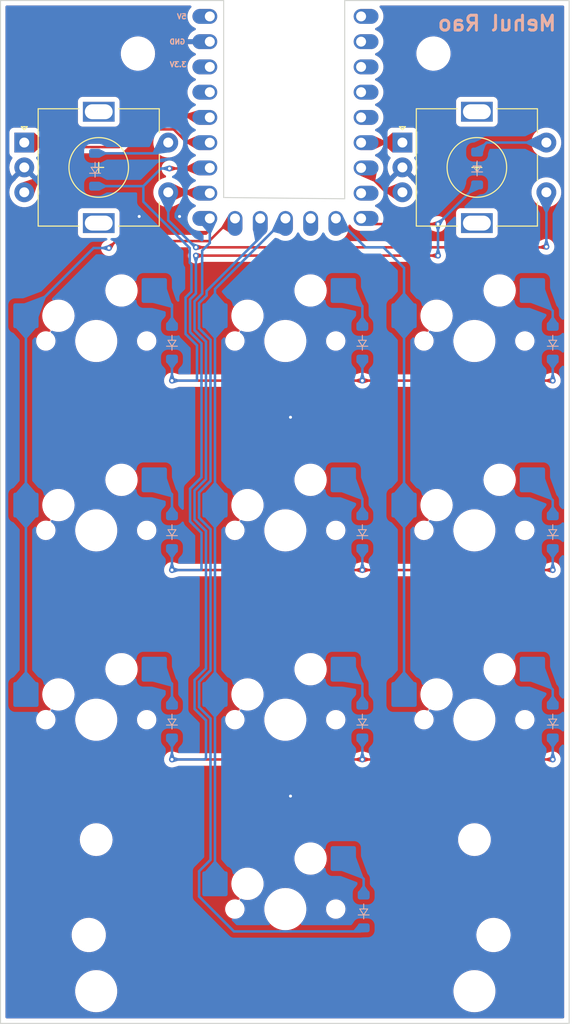
<source format=kicad_pcb>
(kicad_pcb (version 20221018) (generator pcbnew)
  (layers (0 "F.Cu" signal) (31 "B.Cu" signal) (34 "B.Paste" user) (35 "F.Paste" user) (36 "B.SilkS" user "B.Silkscreen") (37 "F.SilkS" user "F.Silkscreen") (38 "B.Mask" user) (39 "F.Mask" user) (44 "Edge.Cuts" user))
  (net 0 "")
  (net 1 "/ROW0")
  (net 2 "Net-(D1-A)")
  (net 3 "Net-(D2-A)")
  (net 4 "/ROW1")
  (net 5 "Net-(D3-A)")
  (net 6 "Net-(D4-A)")
  (net 7 "Net-(D5-A)")
  (net 8 "Net-(D6-A)")
  (net 9 "/ROW2")
  (net 10 "Net-(D7-A)")
  (net 11 "Net-(D8-A)")
  (net 12 "Net-(D9-A)")
  (net 13 "Net-(D10-A)")
  (net 14 "Net-(D11-A)")
  (net 15 "/COL0")
  (net 16 "/COL1")
  (net 17 "/ROW3")
  (net 18 "/COL2")
  (net 19 "/SW1_A")
  (net 20 "/SW1_B")
  (net 21 "/GND")
  (net 22 "/COL3")
  (net 23 "/SW2_A")
  (net 24 "/SW2_B")
  (net 35 "Net-(D12-A)")
  (footprint "MX_Hotswap:MX-Hotswap-1U" (layer "F.Cu") (at 121.4055 91.2525)
    (fp_text reference locked "K3")
    (fp_text value "KEYSW")
    (pad "" np_thru_hole circle locked (at -5.08 0 48.099) (size 1.7018 1.7018) (drill 1.7018) (layers "F&B.Cu" "*.Mask"))
    (pad "" np_thru_hole circle locked (at -3.81 -2.54) (size 3 3) (drill 3) (layers "F&B.Cu" "*.Mask"))
    (pad "" np_thru_hole circle locked (at 0 0) (size 3.9878 3.9878) (drill 3.9878) (layers "F&B.Cu" "*.Mask"))
    (pad "" np_thru_hole circle locked (at 2.54 -5.08) (size 3 3) (drill 3) (layers "F&B.Cu" "*.Mask"))
    (pad "" np_thru_hole circle locked (at 5.08 0 48.099) (size 1.7018 1.7018) (drill 1.7018) (layers "F&B.Cu" "*.Mask"))
    (pad "1" smd roundrect locked (at -7.085 -2.54) (size 2.55 2.5) (layers "B.Cu" "B.Paste" "B.Mask") (roundrect_rratio 0.08) (net 15 "/COL0"))
    (pad "2" smd roundrect locked (at 5.842 -5.08) (size 2.55 2.5) (layers "B.Cu" "B.Paste" "B.Mask") (roundrect_rratio 0.08) (net 10 "Net-(D7-A)"))
  )
  (footprint "MX_Hotswap:MX-Hotswap-1U" (layer "F.Cu") (at 140.4495 53.1645)
    (fp_text reference "K4")
    (fp_text value "KEYSW")
    (pad "" np_thru_hole circle locked (at -5.08 0 48.099) (size 1.7018 1.7018) (drill 1.7018) (layers "F&B.Cu" "*.Mask"))
    (pad "" np_thru_hole circle locked (at -3.81 -2.54) (size 3 3) (drill 3) (layers "F&B.Cu" "*.Mask"))
    (pad "" np_thru_hole circle locked (at 0 0) (size 3.9878 3.9878) (drill 3.9878) (layers "F&B.Cu" "*.Mask"))
    (pad "" np_thru_hole circle locked (at 2.54 -5.08) (size 3 3) (drill 3) (layers "F&B.Cu" "*.Mask"))
    (pad "" np_thru_hole circle locked (at 5.08 0 48.099) (size 1.7018 1.7018) (drill 1.7018) (layers "F&B.Cu" "*.Mask"))
    (pad "1" smd roundrect locked (at -7.085 -2.54) (size 2.55 2.5) (layers "B.Cu" "B.Paste" "B.Mask") (roundrect_rratio 0.08) (net 16 "/COL1"))
    (pad "2" smd roundrect locked (at 5.842 -5.08) (size 2.55 2.5) (layers "B.Cu" "B.Paste" "B.Mask") (roundrect_rratio 0.08) (net 3 "Net-(D2-A)"))
  )
  (footprint "MX_Hotswap:MX-Hotswap-1U" (layer "F.Cu") (at 140.4495 72.2085)
    (fp_text reference "K5")
    (fp_text value "KEYSW")
    (pad "" np_thru_hole circle locked (at -5.08 0 48.099) (size 1.7018 1.7018) (drill 1.7018) (layers "F&B.Cu" "*.Mask"))
    (pad "" np_thru_hole circle locked (at -3.81 -2.54) (size 3 3) (drill 3) (layers "F&B.Cu" "*.Mask"))
    (pad "" np_thru_hole circle locked (at 0 0) (size 3.9878 3.9878) (drill 3.9878) (layers "F&B.Cu" "*.Mask"))
    (pad "" np_thru_hole circle locked (at 2.54 -5.08) (size 3 3) (drill 3) (layers "F&B.Cu" "*.Mask"))
    (pad "" np_thru_hole circle locked (at 5.08 0 48.099) (size 1.7018 1.7018) (drill 1.7018) (layers "F&B.Cu" "*.Mask"))
    (pad "1" smd roundrect locked (at -7.085 -2.54) (size 2.55 2.5) (layers "B.Cu" "B.Paste" "B.Mask") (roundrect_rratio 0.08) (net 16 "/COL1"))
    (pad "2" smd roundrect locked (at 5.842 -5.08) (size 2.55 2.5) (layers "B.Cu" "B.Paste" "B.Mask") (roundrect_rratio 0.08) (net 6 "Net-(D4-A)"))
  )
  (footprint "MountingHole:MountingHole_3.2mm_M3_ISO7380" (layer "F.Cu") (at 125.603 24.257)
    (fp_text reference "H1" hide)
    (fp_text value "MountingHole" hide)
    (pad "" np_thru_hole circle (at 0 0) (size 3.2 3.2) (drill 3.2) (layers "*.Cu" "*.Mask"))
  )
  (footprint "MX_Hotswap:MX-Hotswap-1U" (layer "F.Cu") (at 121.4055 53.1645)
    (fp_text reference locked "K1")
    (fp_text value "KEYSW")
    (pad "" np_thru_hole circle locked (at -5.08 0 48.099) (size 1.7018 1.7018) (drill 1.7018) (layers "F&B.Cu" "*.Mask"))
    (pad "" np_thru_hole circle locked (at -3.81 -2.54) (size 3 3) (drill 3) (layers "F&B.Cu" "*.Mask"))
    (pad "" np_thru_hole circle locked (at 0 0) (size 3.9878 3.9878) (drill 3.9878) (layers "F&B.Cu" "*.Mask"))
    (pad "" np_thru_hole circle locked (at 2.54 -5.08) (size 3 3) (drill 3) (layers "F&B.Cu" "*.Mask"))
    (pad "" np_thru_hole circle locked (at 5.08 0 48.099) (size 1.7018 1.7018) (drill 1.7018) (layers "F&B.Cu" "*.Mask"))
    (pad "1" smd roundrect locked (at -7.085 -2.54) (size 2.55 2.5) (layers "B.Cu" "B.Paste" "B.Mask") (roundrect_rratio 0.08) (net 15 "/COL0"))
    (pad "2" smd roundrect locked (at 5.842 -5.08) (size 2.55 2.5) (layers "B.Cu" "B.Paste" "B.Mask") (roundrect_rratio 0.08) (net 2 "Net-(D1-A)"))
  )
  (footprint "MX_Hotswap:MX-Hotswap-1U" (layer "F.Cu") (at 121.4055 72.2085)
    (fp_text reference locked "K2")
    (fp_text value "KEYSW")
    (pad "" np_thru_hole circle locked (at -5.08 0 48.099) (size 1.7018 1.7018) (drill 1.7018) (layers "F&B.Cu" "*.Mask"))
    (pad "" np_thru_hole circle locked (at -3.81 -2.54) (size 3 3) (drill 3) (layers "F&B.Cu" "*.Mask"))
    (pad "" np_thru_hole circle locked (at 0 0) (size 3.9878 3.9878) (drill 3.9878) (layers "F&B.Cu" "*.Mask"))
    (pad "" np_thru_hole circle locked (at 2.54 -5.08) (size 3 3) (drill 3) (layers "F&B.Cu" "*.Mask"))
    (pad "" np_thru_hole circle locked (at 5.08 0 48.099) (size 1.7018 1.7018) (drill 1.7018) (layers "F&B.Cu" "*.Mask"))
    (pad "1" smd roundrect locked (at -7.085 -2.54) (size 2.55 2.5) (layers "B.Cu" "B.Paste" "B.Mask") (roundrect_rratio 0.08) (net 15 "/COL0"))
    (pad "2" smd roundrect locked (at 5.842 -5.08) (size 2.55 2.5) (layers "B.Cu" "B.Paste" "B.Mask") (roundrect_rratio 0.08) (net 5 "Net-(D3-A)"))
  )
  (footprint "MX_Hotswap:MX-Hotswap-1U" (layer "F.Cu") (at 140.4495 91.2525)
    (fp_text reference "K6")
    (fp_text value "KEYSW")
    (pad "" np_thru_hole circle locked (at -5.08 0 48.099) (size 1.7018 1.7018) (drill 1.7018) (layers "F&B.Cu" "*.Mask"))
    (pad "" np_thru_hole circle locked (at -3.81 -2.54) (size 3 3) (drill 3) (layers "F&B.Cu" "*.Mask"))
    (pad "" np_thru_hole circle locked (at 0 0) (size 3.9878 3.9878) (drill 3.9878) (layers "F&B.Cu" "*.Mask"))
    (pad "" np_thru_hole circle locked (at 2.54 -5.08) (size 3 3) (drill 3) (layers "F&B.Cu" "*.Mask"))
    (pad "" np_thru_hole circle locked (at 5.08 0 48.099) (size 1.7018 1.7018) (drill 1.7018) (layers "F&B.Cu" "*.Mask"))
    (pad "1" smd roundrect locked (at -7.085 -2.54) (size 2.55 2.5) (layers "B.Cu" "B.Paste" "B.Mask") (roundrect_rratio 0.08) (net 16 "/COL1"))
    (pad "2" smd roundrect locked (at 5.842 -5.08) (size 2.55 2.5) (layers "B.Cu" "B.Paste" "B.Mask") (roundrect_rratio 0.08) (net 11 "Net-(D8-A)"))
  )
  (footprint "mcu:rp2040-zero-tht" (layer "F.Cu") (at 140.462 30.68)
    (fp_text reference "U1" hide)
    (fp_text value "rp2040-zero" hide)
    (pad "1" thru_hole oval (at 7.62 -10.16 180) (size 2.5 1.5) (drill 1 (offset -0.5 0)) (layers "*.Cu" "*.Mask"))
    (pad "2" thru_hole oval (at 7.62 -7.62 180) (size 2.5 1.5) (drill 1 (offset -0.5 0)) (layers "*.Cu" "*.Mask"))
    (pad "3" thru_hole oval (at 7.62 -5.08 180) (size 2.5 1.5) (drill 1 (offset -0.5 0)) (layers "*.Cu" "*.Mask"))
    (pad "4" thru_hole oval (at 7.62 -2.54 180) (size 2.5 1.5) (drill 1 (offset -0.5 0)) (layers "*.Cu" "*.Mask"))
    (pad "5" thru_hole oval (at 7.62 0 180) (size 2.5 1.5) (drill 1 (offset -0.5 0)) (layers "*.Cu" "*.Mask"))
    (pad "6" thru_hole oval (at 7.62 2.54 180) (size 2.5 1.5) (drill 1 (offset -0.5 0)) (layers "*.Cu" "*.Mask") (net 23 "/SW2_A"))
    (pad "7" thru_hole oval (at 7.62 5.08 180) (size 2.5 1.5) (drill 1 (offset -0.5 0)) (layers "*.Cu" "*.Mask") (net 24 "/SW2_B"))
    (pad "8" thru_hole oval (at 7.62 7.62 180) (size 2.5 1.5) (drill 1 (offset -0.5 0)) (layers "*.Cu" "*.Mask"))
    (pad "9" thru_hole oval (at 7.62 10.16 180) (size 2.5 1.5) (drill 1 (offset -0.5 0)) (layers "*.Cu" "*.Mask") (net 4 "/ROW1"))
    (pad "10" thru_hole oval (at 5.08 10.16 90) (size 2.5 1.5) (drill 1 (offset -0.5 0)) (layers "*.Cu" "*.Mask") (net 18 "/COL2"))
    (pad "11" thru_hole oval (at 2.54 10.16 90) (size 2.5 1.5) (drill 1 (offset -0.5 0)) (layers "*.Cu" "*.Mask"))
    (pad "12" thru_hole oval (at 0 10.16 90) (size 2.5 1.5) (drill 1 (offset -0.5 0)) (layers "*.Cu" "*.Mask") (net 16 "/COL1"))
    (pad "13" thru_hole oval (at -2.54 10.16 90) (size 2.5 1.5) (drill 1 (offset -0.5 0)) (layers "*.Cu" "*.Mask") (net 17 "/ROW3"))
    (pad "14" thru_hole oval (at -5.08 10.16 90) (size 2.5 1.5) (drill 1 (offset -0.5 0)) (layers "*.Cu" "*.Mask") (net 15 "/COL0"))
    (pad "15" thru_hole oval (at -7.62 10.16) (size 2.5 1.5) (drill 1 (offset -0.5 0)) (layers "*.Cu" "*.Mask") (net 9 "/ROW2"))
    (pad "16" thru_hole oval (at -7.62 7.62) (size 2.5 1.5) (drill 1 (offset -0.5 0)) (layers "*.Cu" "*.Mask") (net 22 "/COL3"))
    (pad "17" thru_hole oval (at -7.62 5.08) (size 2.5 1.5) (drill 1 (offset -0.5 0)) (layers "*.Cu" "*.Mask") (net 1 "/ROW0"))
    (pad "18" thru_hole oval (at -7.62 2.54) (size 2.5 1.5) (drill 1 (offset -0.5 0)) (layers "*.Cu" "*.Mask") (net 20 "/SW1_B"))
    (pad "19" thru_hole oval (at -7.62 0) (size 2.5 1.5) (drill 1 (offset -0.5 0)) (layers "*.Cu" "*.Mask") (net 19 "/SW1_A"))
    (pad "20" thru_hole oval (at -7.62 -2.54) (size 2.5 1.5) (drill 1 (offset -0.5 0)) (layers "*.Cu" "*.Mask"))
    (pad "21" thru_hole oval (at -7.62 -5.08) (size 2.5 1.5) (drill 1 (offset -0.5 0)) (layers "*.Cu" "*.Mask"))
    (pad "22" thru_hole oval (at -7.62 -7.62) (size 2.5 1.5) (drill 1 (offset -0.5 0)) (layers "*.Cu" "*.Mask") (net 21 "/GND"))
    (pad "23" thru_hole oval (at -7.62 -10.16) (size 2.5 1.5) (drill 1 (offset -0.5 0)) (layers "*.Cu" "*.Mask"))
  )
  (footprint "MX_Hotswap:MX-Hotswap-1U" (layer "F.Cu") (at 159.4935 91.2525)
    (fp_text reference "K10")
    (fp_text value "KEYSW")
    (pad "" np_thru_hole circle locked (at -5.08 0 48.099) (size 1.7018 1.7018) (drill 1.7018) (layers "F&B.Cu" "*.Mask"))
    (pad "" np_thru_hole circle locked (at -3.81 -2.54) (size 3 3) (drill 3) (layers "F&B.Cu" "*.Mask"))
    (pad "" np_thru_hole circle locked (at 0 0) (size 3.9878 3.9878) (drill 3.9878) (layers "F&B.Cu" "*.Mask"))
    (pad "" np_thru_hole circle locked (at 2.54 -5.08) (size 3 3) (drill 3) (layers "F&B.Cu" "*.Mask"))
    (pad "" np_thru_hole circle locked (at 5.08 0 48.099) (size 1.7018 1.7018) (drill 1.7018) (layers "F&B.Cu" "*.Mask"))
    (pad "1" smd roundrect locked (at -7.085 -2.54) (size 2.55 2.5) (layers "B.Cu" "B.Paste" "B.Mask") (roundrect_rratio 0.08) (net 18 "/COL2"))
    (pad "2" smd roundrect locked (at 5.842 -5.08) (size 2.55 2.5) (layers "B.Cu" "B.Paste" "B.Mask") (roundrect_rratio 0.08) (net 12 "Net-(D9-A)"))
  )
  (footprint "Rotary_Encoder:RotaryEncoder_Alps_EC11E-Switch_Vertical_H20mm" (layer "F.Cu") (at 152.2435 33.2075)
    (fp_text reference "SW2" hide)
    (fp_text value "RotaryEncoder_Switch")
    (fp_line (start -0.3 -1.6) (end 0.3 -1.6) (stroke (width 0.12)) (layer "F.SilkS"))
    (fp_line (start 0 -1.3) (end -0.3 -1.6) (stroke (width 0.12)) (layer "F.SilkS"))
    (fp_line (start 0.3 -1.6) (end 0 -1.3) (stroke (width 0.12)) (layer "F.SilkS"))
    (fp_line (start 1.4 -3.4) (end 1.4 8.4) (stroke (width 0.12)) (layer "F.SilkS"))
    (fp_line (start 5.5 -3.4) (end 1.4 -3.4) (stroke (width 0.12)) (layer "F.SilkS"))
    (fp_line (start 5.5 8.4) (end 1.4 8.4) (stroke (width 0.12)) (layer "F.SilkS"))
    (fp_line (start 7 2.5) (end 8 2.5) (stroke (width 0.12)) (layer "F.SilkS"))
    (fp_line (start 7.5 2) (end 7.5 3) (stroke (width 0.12)) (layer "F.SilkS"))
    (fp_line (start 9.5 -3.4) (end 13.6 -3.4) (stroke (width 0.12)) (layer "F.SilkS"))
    (fp_line (start 13.6 -3.4) (end 13.6 -1) (stroke (width 0.12)) (layer "F.SilkS"))
    (fp_line (start 13.6 1.2) (end 13.6 3.8) (stroke (width 0.12)) (layer "F.SilkS"))
    (fp_line (start 13.6 6) (end 13.6 8.4) (stroke (width 0.12)) (layer "F.SilkS"))
    (fp_line (start 13.6 8.4) (end 9.5 8.4) (stroke (width 0.12)) (layer "F.SilkS"))
    (fp_circle (center 7.5 2.5) (end 10.5 2.5) (stroke (width 0.12)) (fill none) (layer "F.SilkS"))
    (pad "A" thru_hole rect locked (at 0 0) (size 2 2) (drill 1) (layers "*.Cu" "*.Mask") (net 23 "/SW2_A"))
    (pad "B" thru_hole circle locked (at 0 5) (size 2 2) (drill 1) (layers "*.Cu" "*.Mask") (net 24 "/SW2_B"))
    (pad "C" thru_hole circle locked (at 0 2.5) (size 2 2) (drill 1) (layers "*.Cu" "*.Mask") (net 21 "/GND"))
    (pad "MP" thru_hole rect locked (at 7.5 -3.1) (size 3.2 2) (drill oval 2.8 1.5) (layers "*.Cu" "*.Mask"))
    (pad "MP" thru_hole rect locked (at 7.5 8.1) (size 3.2 2) (drill oval 2.8 1.5) (layers "*.Cu" "*.Mask"))
    (pad "S1" thru_hole circle locked (at 14.5 5) (size 2 2) (drill 1) (layers "*.Cu" "*.Mask") (net 22 "/COL3"))
    (pad "S2" thru_hole circle locked (at 14.5 0) (size 2 2) (drill 1) (layers "*.Cu" "*.Mask") (net 14 "Net-(D11-A)"))
  )
  (footprint "MX_Hotswap:MX-Hotswap-1U" (layer "F.Cu") (at 159.4935 72.2085)
    (fp_text reference "K9")
    (fp_text value "KEYSW")
    (pad "" np_thru_hole circle locked (at -5.08 0 48.099) (size 1.7018 1.7018) (drill 1.7018) (layers "F&B.Cu" "*.Mask"))
    (pad "" np_thru_hole circle locked (at -3.81 -2.54) (size 3 3) (drill 3) (layers "F&B.Cu" "*.Mask"))
    (pad "" np_thru_hole circle locked (at 0 0) (size 3.9878 3.9878) (drill 3.9878) (layers "F&B.Cu" "*.Mask"))
    (pad "" np_thru_hole circle locked (at 2.54 -5.08) (size 3 3) (drill 3) (layers "F&B.Cu" "*.Mask"))
    (pad "" np_thru_hole circle locked (at 5.08 0 48.099) (size 1.7018 1.7018) (drill 1.7018) (layers "F&B.Cu" "*.Mask"))
    (pad "1" smd roundrect locked (at -7.085 -2.54) (size 2.55 2.5) (layers "B.Cu" "B.Paste" "B.Mask") (roundrect_rratio 0.08) (net 18 "/COL2"))
    (pad "2" smd roundrect locked (at 5.842 -5.08) (size 2.55 2.5) (layers "B.Cu" "B.Paste" "B.Mask") (roundrect_rratio 0.08) (net 8 "Net-(D6-A)"))
  )
  (footprint "MX_Hotswap:MX-Hotswap-1U" (layer "F.Cu") (at 159.4935 53.1645)
    (fp_text reference "K8")
    (fp_text value "KEYSW")
    (pad "" np_thru_hole circle locked (at -5.08 0 48.099) (size 1.7018 1.7018) (drill 1.7018) (layers "F&B.Cu" "*.Mask"))
    (pad "" np_thru_hole circle locked (at -3.81 -2.54) (size 3 3) (drill 3) (layers "F&B.Cu" "*.Mask"))
    (pad "" np_thru_hole circle locked (at 0 0) (size 3.9878 3.9878) (drill 3.9878) (layers "F&B.Cu" "*.Mask"))
    (pad "" np_thru_hole circle locked (at 2.54 -5.08) (size 3 3) (drill 3) (layers "F&B.Cu" "*.Mask"))
    (pad "" np_thru_hole circle locked (at 5.08 0 48.099) (size 1.7018 1.7018) (drill 1.7018) (layers "F&B.Cu" "*.Mask"))
    (pad "1" smd roundrect locked (at -7.085 -2.54) (size 2.55 2.5) (layers "B.Cu" "B.Paste" "B.Mask") (roundrect_rratio 0.08) (net 18 "/COL2"))
    (pad "2" smd roundrect locked (at 5.842 -5.08) (size 2.55 2.5) (layers "B.Cu" "B.Paste" "B.Mask") (roundrect_rratio 0.08) (net 7 "Net-(D5-A)"))
  )
  (footprint "MX_Hotswap:MX-Hotswap-3U" (layer "F.Cu") (at 140.4495 110.2965)
    (fp_text reference locked "K7")
    (fp_text value "KEYSW")
    (pad "" np_thru_hole circle locked (at -19.05 -6.985) (size 3.048 3.048) (drill 3.048) (layers "*.Cu" "*.Mask"))
    (pad "" np_thru_hole circle locked (at -19.05 8.255) (size 3.9878 3.9878) (drill 3.9878) (layers "*.Cu" "*.Mask"))
    (pad "" np_thru_hole circle locked (at -5.08 0 48.099) (size 1.7018 1.7018) (drill 1.7018) (layers "F&B.Cu" "*.Mask"))
    (pad "" np_thru_hole circle locked (at -3.81 -2.54) (size 3 3) (drill 3) (layers "F&B.Cu" "*.Mask"))
    (pad "" np_thru_hole circle locked (at 0 0) (size 3.9878 3.9878) (drill 3.9878) (layers "F&B.Cu" "*.Mask"))
    (pad "" np_thru_hole circle locked (at 2.54 -5.08) (size 3 3) (drill 3) (layers "F&B.Cu" "*.Mask"))
    (pad "" np_thru_hole circle locked (at 5.08 0 48.099) (size 1.7018 1.7018) (drill 1.7018) (layers "F&B.Cu" "*.Mask"))
    (pad "" np_thru_hole circle locked (at 19.05 -6.985) (size 3.048 3.048) (drill 3.048) (layers "*.Cu" "*.Mask"))
    (pad "" np_thru_hole circle locked (at 19.05 8.255) (size 3.9878 3.9878) (drill 3.9878) (layers "*.Cu" "*.Mask"))
    (pad "1" smd roundrect locked (at -7.085 -2.54) (size 2.55 2.5) (layers "B.Cu" "B.Paste" "B.Mask") (roundrect_rratio 0.08) (net 16 "/COL1"))
    (pad "2" smd roundrect locked (at 5.842 -5.08) (size 2.55 2.5) (layers "B.Cu" "B.Paste" "B.Mask") (roundrect_rratio 0.08) (net 35 "Net-(D12-A)"))
  )
  (footprint "Rotary_Encoder:RotaryEncoder_Alps_EC11E-Switch_Vertical_H20mm" (layer "F.Cu") (at 114.1555 33.2075)
    (fp_text reference "SW1" hide)
    (fp_text value "RotaryEncoder_Switch")
    (fp_line (start -0.3 -1.6) (end 0.3 -1.6) (stroke (width 0.12)) (layer "F.SilkS"))
    (fp_line (start 0 -1.3) (end -0.3 -1.6) (stroke (width 0.12)) (layer "F.SilkS"))
    (fp_line (start 0.3 -1.6) (end 0 -1.3) (stroke (width 0.12)) (layer "F.SilkS"))
    (fp_line (start 1.4 -3.4) (end 1.4 8.4) (stroke (width 0.12)) (layer "F.SilkS"))
    (fp_line (start 5.5 -3.4) (end 1.4 -3.4) (stroke (width 0.12)) (layer "F.SilkS"))
    (fp_line (start 5.5 8.4) (end 1.4 8.4) (stroke (width 0.12)) (layer "F.SilkS"))
    (fp_line (start 7 2.5) (end 8 2.5) (stroke (width 0.12)) (layer "F.SilkS"))
    (fp_line (start 7.5 2) (end 7.5 3) (stroke (width 0.12)) (layer "F.SilkS"))
    (fp_line (start 9.5 -3.4) (end 13.6 -3.4) (stroke (width 0.12)) (layer "F.SilkS"))
    (fp_line (start 13.6 -3.4) (end 13.6 -1) (stroke (width 0.12)) (layer "F.SilkS"))
    (fp_line (start 13.6 1.2) (end 13.6 3.8) (stroke (width 0.12)) (layer "F.SilkS"))
    (fp_line (start 13.6 6) (end 13.6 8.4) (stroke (width 0.12)) (layer "F.SilkS"))
    (fp_line (start 13.6 8.4) (end 9.5 8.4) (stroke (width 0.12)) (layer "F.SilkS"))
    (fp_circle (center 7.5 2.5) (end 10.5 2.5) (stroke (width 0.12)) (fill none) (layer "F.SilkS"))
    (pad "A" thru_hole rect locked (at 0 0) (size 2 2) (drill 1) (layers "*.Cu" "*.Mask") (net 19 "/SW1_A"))
    (pad "B" thru_hole circle locked (at 0 5) (size 2 2) (drill 1) (layers "*.Cu" "*.Mask") (net 20 "/SW1_B"))
    (pad "C" thru_hole circle locked (at 0 2.5) (size 2 2) (drill 1) (layers "*.Cu" "*.Mask") (net 21 "/GND"))
    (pad "MP" thru_hole rect locked (at 7.5 -3.1) (size 3.2 2) (drill oval 2.8 1.5) (layers "*.Cu" "*.Mask"))
    (pad "MP" thru_hole rect locked (at 7.5 8.1) (size 3.2 2) (drill oval 2.8 1.5) (layers "*.Cu" "*.Mask"))
    (pad "S1" thru_hole circle locked (at 14.5 5) (size 2 2) (drill 1) (layers "*.Cu" "*.Mask") (net 22 "/COL3"))
    (pad "S2" thru_hole circle locked (at 14.5 0) (size 2 2) (drill 1) (layers "*.Cu" "*.Mask") (net 13 "Net-(D10-A)"))
  )
  (footprint "My_Library:MY_D_SOD-123" (layer "B.Cu") (at 148.209 91.44 90)
    (fp_text reference "D8" hide)
    (fp_text value "D" hide)
    (fp_line (start -0.75 0) (end -0.35 0) (stroke (width 0.1)) (layer "B.SilkS"))
    (fp_line (start -0.35 0) (end -0.35 -0.55) (stroke (width 0.1)) (layer "B.SilkS"))
    (fp_line (start -0.35 0) (end -0.35 0.55) (stroke (width 0.1)) (layer "B.SilkS"))
    (fp_line (start -0.35 0) (end 0.25 0.4) (stroke (width 0.1)) (layer "B.SilkS"))
    (fp_line (start 0.25 -0.4) (end -0.35 0) (stroke (width 0.1)) (layer "B.SilkS"))
    (fp_line (start 0.25 0) (end 0.75 0) (stroke (width 0.1)) (layer "B.SilkS"))
    (fp_line (start 0.25 0.4) (end 0.25 -0.4) (stroke (width 0.1)) (layer "B.SilkS"))
    (pad "1" smd roundrect (at -1.65 0 90) (size 0.9 1.2) (layers "B.Cu" "B.Paste" "B.Mask") (net 9 "/ROW2"))
    (pad "2" smd roundrect (at 1.65 0 90) (size 0.9 1.2) (layers "B.Cu" "B.Paste" "B.Mask") (net 11 "Net-(D8-A)"))
  )
  (footprint "My_Library:MY_D_SOD-123" (layer "B.Cu") (at 148.209 53.34 90)
    (fp_text reference "D2" hide)
    (fp_text value "D" hide)
    (fp_line (start -0.75 0) (end -0.35 0) (stroke (width 0.1)) (layer "B.SilkS"))
    (fp_line (start -0.35 0) (end -0.35 -0.55) (stroke (width 0.1)) (layer "B.SilkS"))
    (fp_line (start -0.35 0) (end -0.35 0.55) (stroke (width 0.1)) (layer "B.SilkS"))
    (fp_line (start -0.35 0) (end 0.25 0.4) (stroke (width 0.1)) (layer "B.SilkS"))
    (fp_line (start 0.25 -0.4) (end -0.35 0) (stroke (width 0.1)) (layer "B.SilkS"))
    (fp_line (start 0.25 0) (end 0.75 0) (stroke (width 0.1)) (layer "B.SilkS"))
    (fp_line (start 0.25 0.4) (end 0.25 -0.4) (stroke (width 0.1)) (layer "B.SilkS"))
    (pad "1" smd roundrect (at -1.65 0 90) (size 0.9 1.2) (layers "B.Cu" "B.Paste" "B.Mask") (net 1 "/ROW0"))
    (pad "2" smd roundrect (at 1.65 0 90) (size 0.9 1.2) (layers "B.Cu" "B.Paste" "B.Mask") (net 3 "Net-(D2-A)"))
  )
  (footprint "My_Library:MY_D_SOD-123" (layer "B.Cu") (at 129.032 91.44 90)
    (fp_text reference "D7" hide)
    (fp_text value "D" hide)
    (fp_line (start -0.75 0) (end -0.35 0) (stroke (width 0.1)) (layer "B.SilkS"))
    (fp_line (start -0.35 0) (end -0.35 -0.55) (stroke (width 0.1)) (layer "B.SilkS"))
    (fp_line (start -0.35 0) (end -0.35 0.55) (stroke (width 0.1)) (layer "B.SilkS"))
    (fp_line (start -0.35 0) (end 0.25 0.4) (stroke (width 0.1)) (layer "B.SilkS"))
    (fp_line (start 0.25 -0.4) (end -0.35 0) (stroke (width 0.1)) (layer "B.SilkS"))
    (fp_line (start 0.25 0) (end 0.75 0) (stroke (width 0.1)) (layer "B.SilkS"))
    (fp_line (start 0.25 0.4) (end 0.25 -0.4) (stroke (width 0.1)) (layer "B.SilkS"))
    (pad "1" smd roundrect (at -1.65 0 90) (size 0.9 1.2) (layers "B.Cu" "B.Paste" "B.Mask") (net 9 "/ROW2"))
    (pad "2" smd roundrect (at 1.65 0 90) (size 0.9 1.2) (layers "B.Cu" "B.Paste" "B.Mask") (net 10 "Net-(D7-A)"))
  )
  (footprint "My_Library:MY_D_SOD-123" (layer "B.Cu") (at 121.285 35.941 90)
    (fp_text reference "D10" hide)
    (fp_text value "D" hide)
    (fp_line (start -0.75 0) (end -0.35 0) (stroke (width 0.1)) (layer "B.SilkS"))
    (fp_line (start -0.35 0) (end -0.35 -0.55) (stroke (width 0.1)) (layer "B.SilkS"))
    (fp_line (start -0.35 0) (end -0.35 0.55) (stroke (width 0.1)) (layer "B.SilkS"))
    (fp_line (start -0.35 0) (end 0.25 0.4) (stroke (width 0.1)) (layer "B.SilkS"))
    (fp_line (start 0.25 -0.4) (end -0.35 0) (stroke (width 0.1)) (layer "B.SilkS"))
    (fp_line (start 0.25 0) (end 0.75 0) (stroke (width 0.1)) (layer "B.SilkS"))
    (fp_line (start 0.25 0.4) (end 0.25 -0.4) (stroke (width 0.1)) (layer "B.SilkS"))
    (pad "1" smd roundrect (at -1.65 0 90) (size 0.9 1.2) (layers "B.Cu" "B.Paste" "B.Mask") (net 1 "/ROW0"))
    (pad "2" smd roundrect (at 1.65 0 90) (size 0.9 1.2) (layers "B.Cu" "B.Paste" "B.Mask") (net 13 "Net-(D10-A)"))
  )
  (footprint "My_Library:MY_D_SOD-123" (layer "B.Cu") (at 129.032 53.34 90)
    (fp_text reference "D1" hide)
    (fp_text value "D" hide)
    (fp_line (start -0.75 0) (end -0.35 0) (stroke (width 0.1)) (layer "B.SilkS"))
    (fp_line (start -0.35 0) (end -0.35 -0.55) (stroke (width 0.1)) (layer "B.SilkS"))
    (fp_line (start -0.35 0) (end -0.35 0.55) (stroke (width 0.1)) (layer "B.SilkS"))
    (fp_line (start -0.35 0) (end 0.25 0.4) (stroke (width 0.1)) (layer "B.SilkS"))
    (fp_line (start 0.25 -0.4) (end -0.35 0) (stroke (width 0.1)) (layer "B.SilkS"))
    (fp_line (start 0.25 0) (end 0.75 0) (stroke (width 0.1)) (layer "B.SilkS"))
    (fp_line (start 0.25 0.4) (end 0.25 -0.4) (stroke (width 0.1)) (layer "B.SilkS"))
    (pad "1" smd roundrect (at -1.65 0 90) (size 0.9 1.2) (layers "B.Cu" "B.Paste" "B.Mask") (net 1 "/ROW0"))
    (pad "2" smd roundrect (at 1.65 0 90) (size 0.9 1.2) (layers "B.Cu" "B.Paste" "B.Mask") (net 2 "Net-(D1-A)"))
  )
  (footprint "My_Library:MY_D_SOD-123" (layer "B.Cu") (at 159.766 35.814 90)
    (fp_text reference "D11" hide)
    (fp_text value "D" hide)
    (fp_line (start -0.75 0) (end -0.35 0) (stroke (width 0.1)) (layer "B.SilkS"))
    (fp_line (start -0.35 0) (end -0.35 -0.55) (stroke (width 0.1)) (layer "B.SilkS"))
    (fp_line (start -0.35 0) (end -0.35 0.55) (stroke (width 0.1)) (layer "B.SilkS"))
    (fp_line (start -0.35 0) (end 0.25 0.4) (stroke (width 0.1)) (layer "B.SilkS"))
    (fp_line (start 0.25 -0.4) (end -0.35 0) (stroke (width 0.1)) (layer "B.SilkS"))
    (fp_line (start 0.25 0) (end 0.75 0) (stroke (width 0.1)) (layer "B.SilkS"))
    (fp_line (start 0.25 0.4) (end 0.25 -0.4) (stroke (width 0.1)) (layer "B.SilkS"))
    (pad "1" smd roundrect (at -1.65 0 90) (size 0.9 1.2) (layers "B.Cu" "B.Paste" "B.Mask") (net 4 "/ROW1"))
    (pad "2" smd roundrect (at 1.65 0 90) (size 0.9 1.2) (layers "B.Cu" "B.Paste" "B.Mask") (net 14 "Net-(D11-A)"))
  )
  (footprint "MountingHole:MountingHole_3.2mm_M3_ISO7380" (layer "B.Cu") (at 120.65 112.903 180)
    (fp_text reference "H3" hide)
    (fp_text value "MountingHole" hide)
    (pad "" np_thru_hole circle (at 0 0 180) (size 3.2 3.2) (drill 3.2) (layers "*.Cu" "*.Mask"))
  )
  (footprint "My_Library:MY_D_SOD-123" (layer "B.Cu") (at 148.341788 110.534768 90)
    (fp_text reference "D12" hide)
    (fp_text value "D" hide)
    (fp_line (start -0.75 0) (end -0.35 0) (stroke (width 0.1)) (layer "B.SilkS"))
    (fp_line (start -0.35 0) (end -0.35 -0.55) (stroke (width 0.1)) (layer "B.SilkS"))
    (fp_line (start -0.35 0) (end -0.35 0.55) (stroke (width 0.1)) (layer "B.SilkS"))
    (fp_line (start -0.35 0) (end 0.25 0.4) (stroke (width 0.1)) (layer "B.SilkS"))
    (fp_line (start 0.25 -0.4) (end -0.35 0) (stroke (width 0.1)) (layer "B.SilkS"))
    (fp_line (start 0.25 0) (end 0.75 0) (stroke (width 0.1)) (layer "B.SilkS"))
    (fp_line (start 0.25 0.4) (end 0.25 -0.4) (stroke (width 0.1)) (layer "B.SilkS"))
    (pad "1" smd roundrect (at -1.65 0 90) (size 0.9 1.2) (layers "B.Cu" "B.Paste" "B.Mask") (net 17 "/ROW3"))
    (pad "2" smd roundrect (at 1.65 0 90) (size 0.9 1.2) (layers "B.Cu" "B.Paste" "B.Mask") (net 35 "Net-(D12-A)"))
  )
  (footprint "MountingHole:MountingHole_3.2mm_M3_ISO7380" (layer "B.Cu") (at 161.417 112.903 180)
    (fp_text reference "H4" hide)
    (fp_text value "MountingHole" hide)
    (pad "" np_thru_hole circle (at 0 0 180) (size 3.2 3.2) (drill 3.2) (layers "*.Cu" "*.Mask"))
  )
  (footprint "MountingHole:MountingHole_3.2mm_M3_ISO7380" (layer "B.Cu") (at 155.3718 24.257 180)
    (fp_text reference "H2" hide)
    (fp_text value "MountingHole" hide)
    (pad "" np_thru_hole circle (at 0 0 180) (size 3.2 3.2) (drill 3.2) (layers "*.Cu" "*.Mask"))
  )
  (footprint "My_Library:MY_D_SOD-123" (layer "B.Cu") (at 129.032 72.39 90)
    (fp_text reference "D3" hide)
    (fp_text value "D" hide)
    (fp_line (start -0.75 0) (end -0.35 0) (stroke (width 0.1)) (layer "B.SilkS"))
    (fp_line (start -0.35 0) (end -0.35 -0.55) (stroke (width 0.1)) (layer "B.SilkS"))
    (fp_line (start -0.35 0) (end -0.35 0.55) (stroke (width 0.1)) (layer "B.SilkS"))
    (fp_line (start -0.35 0) (end 0.25 0.4) (stroke (width 0.1)) (layer "B.SilkS"))
    (fp_line (start 0.25 -0.4) (end -0.35 0) (stroke (width 0.1)) (layer "B.SilkS"))
    (fp_line (start 0.25 0) (end 0.75 0) (stroke (width 0.1)) (layer "B.SilkS"))
    (fp_line (start 0.25 0.4) (end 0.25 -0.4) (stroke (width 0.1)) (layer "B.SilkS"))
    (pad "1" smd roundrect (at -1.65 0 90) (size 0.9 1.2) (layers "B.Cu" "B.Paste" "B.Mask") (net 4 "/ROW1"))
    (pad "2" smd roundrect (at 1.65 0 90) (size 0.9 1.2) (layers "B.Cu" "B.Paste" "B.Mask") (net 5 "Net-(D3-A)"))
  )
  (footprint "My_Library:MY_D_SOD-123" (layer "B.Cu") (at 167.386 53.34 90)
    (fp_text reference "D5" hide)
    (fp_text value "D" hide)
    (fp_line (start -0.75 0) (end -0.35 0) (stroke (width 0.1)) (layer "B.SilkS"))
    (fp_line (start -0.35 0) (end -0.35 -0.55) (stroke (width 0.1)) (layer "B.SilkS"))
    (fp_line (start -0.35 0) (end -0.35 0.55) (stroke (width 0.1)) (layer "B.SilkS"))
    (fp_line (start -0.35 0) (end 0.25 0.4) (stroke (width 0.1)) (layer "B.SilkS"))
    (fp_line (start 0.25 -0.4) (end -0.35 0) (stroke (width 0.1)) (layer "B.SilkS"))
    (fp_line (start 0.25 0) (end 0.75 0) (stroke (width 0.1)) (layer "B.SilkS"))
    (fp_line (start 0.25 0.4) (end 0.25 -0.4) (stroke (width 0.1)) (layer "B.SilkS"))
    (pad "1" smd roundrect (at -1.65 0 90) (size 0.9 1.2) (layers "B.Cu" "B.Paste" "B.Mask") (net 1 "/ROW0"))
    (pad "2" smd roundrect (at 1.65 0 90) (size 0.9 1.2) (layers "B.Cu" "B.Paste" "B.Mask") (net 7 "Net-(D5-A)"))
  )
  (footprint "My_Library:MY_D_SOD-123" (layer "B.Cu") (at 148.209 72.39 90)
    (fp_text reference "D4" hide)
    (fp_text value "D" hide)
    (fp_line (start -0.75 0) (end -0.35 0) (stroke (width 0.1)) (layer "B.SilkS"))
    (fp_line (start -0.35 0) (end -0.35 -0.55) (stroke (width 0.1)) (layer "B.SilkS"))
    (fp_line (start -0.35 0) (end -0.35 0.55) (stroke (width 0.1)) (layer "B.SilkS"))
    (fp_line (start -0.35 0) (end 0.25 0.4) (stroke (width 0.1)) (layer "B.SilkS"))
    (fp_line (start 0.25 -0.4) (end -0.35 0) (stroke (width 0.1)) (layer "B.SilkS"))
    (fp_line (start 0.25 0) (end 0.75 0) (stroke (width 0.1)) (layer "B.SilkS"))
    (fp_line (start 0.25 0.4) (end 0.25 -0.4) (stroke (width 0.1)) (layer "B.SilkS"))
    (pad "1" smd roundrect (at -1.65 0 90) (size 0.9 1.2) (layers "B.Cu" "B.Paste" "B.Mask") (net 4 "/ROW1"))
    (pad "2" smd roundrect (at 1.65 0 90) (size 0.9 1.2) (layers "B.Cu" "B.Paste" "B.Mask") (net 6 "Net-(D4-A)"))
  )
  (footprint "My_Library:MY_D_SOD-123" (layer "B.Cu") (at 167.386 72.39 90)
    (fp_text reference "D6" hide)
    (fp_text value "D" hide)
    (fp_line (start -0.75 0) (end -0.35 0) (stroke (width 0.1)) (layer "B.SilkS"))
    (fp_line (start -0.35 0) (end -0.35 -0.55) (stroke (width 0.1)) (layer "B.SilkS"))
    (fp_line (start -0.35 0) (end -0.35 0.55) (stroke (width 0.1)) (layer "B.SilkS"))
    (fp_line (start -0.35 0) (end 0.25 0.4) (stroke (width 0.1)) (layer "B.SilkS"))
    (fp_line (start 0.25 -0.4) (end -0.35 0) (stroke (width 0.1)) (layer "B.SilkS"))
    (fp_line (start 0.25 0) (end 0.75 0) (stroke (width 0.1)) (layer "B.SilkS"))
    (fp_line (start 0.25 0.4) (end 0.25 -0.4) (stroke (width 0.1)) (layer "B.SilkS"))
    (pad "1" smd roundrect (at -1.65 0 90) (size 0.9 1.2) (layers "B.Cu" "B.Paste" "B.Mask") (net 4 "/ROW1"))
    (pad "2" smd roundrect (at 1.65 0 90) (size 0.9 1.2) (layers "B.Cu" "B.Paste" "B.Mask") (net 8 "Net-(D6-A)"))
  )
  (footprint "My_Library:MY_D_SOD-123" (layer "B.Cu") (at 167.386 91.44 90)
    (fp_text reference "D9" hide)
    (fp_text value "D" hide)
    (fp_line (start -0.75 0) (end -0.35 0) (stroke (width 0.1)) (layer "B.SilkS"))
    (fp_line (start -0.35 0) (end -0.35 -0.55) (stroke (width 0.1)) (layer "B.SilkS"))
    (fp_line (start -0.35 0) (end -0.35 0.55) (stroke (width 0.1)) (layer "B.SilkS"))
    (fp_line (start -0.35 0) (end 0.25 0.4) (stroke (width 0.1)) (layer "B.SilkS"))
    (fp_line (start 0.25 -0.4) (end -0.35 0) (stroke (width 0.1)) (layer "B.SilkS"))
    (fp_line (start 0.25 0) (end 0.75 0) (stroke (width 0.1)) (layer "B.SilkS"))
    (fp_line (start 0.25 0.4) (end 0.25 -0.4) (stroke (width 0.1)) (layer "B.SilkS"))
    (pad "1" smd roundrect (at -1.65 0 90) (size 0.9 1.2) (layers "B.Cu" "B.Paste" "B.Mask") (net 9 "/ROW2"))
    (pad "2" smd roundrect (at 1.65 0 90) (size 0.9 1.2) (layers "B.Cu" "B.Paste" "B.Mask") (net 12 "Net-(D9-A)"))
  )
  (gr_line (start 111.76 121.793) (end 169.037 121.793) (stroke (width 0.1)) (layer "Edge.Cuts"))
  (gr_line (start 134.239 38.735) (end 146.431 38.862) (stroke (width 0.1)) (layer "Edge.Cuts"))
  (gr_line (start 111.76 18.923) (end 111.76 121.793) (stroke (width 0.1)) (layer "Edge.Cuts"))
  (gr_line (start 134.239 18.923) (end 134.239 38.735) (stroke (width 0.1)) (layer "Edge.Cuts"))
  (gr_line (start 146.431 18.923) (end 169.037 18.923) (stroke (width 0.1)) (layer "Edge.Cuts"))
  (gr_line (start 169.037 121.793) (end 169.037 18.923) (stroke (width 0.1)) (layer "Edge.Cuts"))
  (gr_line (start 111.76 18.923) (end 134.239 18.923) (stroke (width 0.1)) (layer "Edge.Cuts"))
  (gr_line (start 146.431 38.862) (end 146.431 18.923) (stroke (width 0.1)) (layer "Edge.Cuts"))
  (gr_text "Mehul Rao" (at 167.894 22.098) (layer "B.SilkS") (effects (font (size 1.5 1.5) (thickness 0.3) bold) (justify left bottom mirror)))
  (gr_text "3.3V" (at 130.556 25.654) (layer "B.SilkS") (effects (font (size 0.508 0.508) (thickness 0.127)) (justify left bottom mirror)))
  (gr_text "GND" (at 130.429 23.368) (layer "B.SilkS") (effects (font (size 0.508 0.508) (thickness 0.127)) (justify left bottom mirror)))
  (gr_text "5V" (at 130.556 20.828) (layer "B.SilkS") (effects (font (size 0.508 0.508) (thickness 0.127)) (justify left bottom mirror)))
  (segment (start 148.209 57.15) (end 167.386 57.15) (width 0.254) (layer "F.Cu") (net 1))
  (segment (start 129.032 57.15) (end 148.209 57.15) (width 0.254) (layer "F.Cu") (net 1))
  (segment (start 132.788 35.814) (end 132.842 35.76) (width 0.254) (layer "F.Cu") (net 1))
  (segment (start 128.778 35.814) (end 132.788 35.814) (width 0.254) (layer "F.Cu") (net 1))
  (via (at 148.209 57.15) (size 0.6) (drill 0.3) (layers "F.Cu" "B.Cu") (net 1))
  (via (at 167.386 57.15) (size 0.6) (drill 0.3) (layers "F.Cu" "B.Cu") (net 1))
  (via (at 128.778 35.814) (size 0.6) (drill 0.3) (layers "F.Cu" "B.Cu") (net 1))
  (via (at 129.032 57.15) (size 0.6) (drill 0.3) (layers "F.Cu" "B.Cu") (net 1))
  (segment (start 148.209 57.15) (end 148.209 54.99) (width 0.254) (layer "B.Cu") (net 1))
  (segment (start 126.148662 39.153662) (end 126.148662 37.591) (width 0.254) (layer "B.Cu") (net 1))
  (segment (start 130.818 45.293) (end 130.818 43.823) (width 0.254) (layer "B.Cu") (net 1))
  (segment (start 129.032 57.15) (end 131.5485 57.15) (width 0.254) (layer "B.Cu") (net 1))
  (segment (start 129.032 54.99) (end 129.032 57.15) (width 0.254) (layer "B.Cu") (net 1))
  (segment (start 121.285 37.591) (end 126.148662 37.591) (width 0.254) (layer "B.Cu") (net 1))
  (segment (start 130.991 48.198947) (end 130.991 45.466) (width 0.254) (layer "B.Cu") (net 1))
  (segment (start 167.386 54.99) (end 167.386 57.15) (width 0.254) (layer "B.Cu") (net 1))
  (segment (start 130.991 45.466) (end 130.818 45.293) (width 0.254) (layer "B.Cu") (net 1))
  (segment (start 130.4005 48.789447) (end 130.991 48.198947) (width 0.254) (layer "B.Cu") (net 1))
  (segment (start 126.148662 37.591) (end 127.925662 35.814) (width 0.254) (layer "B.Cu") (net 1))
  (segment (start 131.5485 53.604949) (end 130.4005 52.45695) (width 0.254) (layer "B.Cu") (net 1))
  (segment (start 130.4005 52.45695) (end 130.4005 48.789447) (width 0.254) (layer "B.Cu") (net 1))
  (segment (start 127.925662 35.814) (end 128.778 35.814) (width 0.254) (layer "B.Cu") (net 1))
  (segment (start 131.5485 57.15) (end 131.5485 53.604949) (width 0.254) (layer "B.Cu") (net 1))
  (segment (start 130.818 43.823) (end 126.148662 39.153662) (width 0.254) (layer "B.Cu") (net 1))
  (segment (start 129.032 49.53) (end 129.032 51.69) (width 0.254) (layer "B.Cu") (net 2))
  (segment (start 127.8765 48.3745) (end 129.032 49.53) (width 0.254) (layer "B.Cu") (net 2))
  (segment (start 146.9265 48.3745) (end 148.209 49.657) (width 0.254) (layer "B.Cu") (net 3))
  (segment (start 148.209 49.657) (end 148.209 51.69) (width 0.254) (layer "B.Cu") (net 3))
  (segment (start 155.829 41.401) (end 148.716 41.401) (width 0.254) (layer "F.Cu") (net 4))
  (segment (start 148.716 41.401) (end 147.955 40.64) (width 0.254) (layer "F.Cu") (net 4))
  (segment (start 131.699 76.2) (end 132.588 76.2) (width 0.254) (layer "F.Cu") (net 4))
  (segment (start 131.572 44.577) (end 131.445 44.577) (width 0.254) (layer "F.Cu") (net 4))
  (segment (start 131.572 44.577) (end 155.829 44.577) (width 0.254) (layer "F.Cu") (net 4))
  (segment (start 148.463 76.2) (end 167.386 76.2) (width 0.254) (layer "F.Cu") (net 4))
  (segment (start 148.209 76.2) (end 148.463 76.2) (width 0.254) (layer "F.Cu") (net 4))
  (segment (start 129.032 76.2) (end 131.699 76.2) (width 0.254) (layer "F.Cu") (net 4))
  (segment (start 132.588 76.2) (end 148.209 76.2) (width 0.254) (layer "F.Cu") (net 4))
  (via (at 148.209 76.2) (size 0.6) (drill 0.3) (layers "F.Cu" "B.Cu") (net 4))
  (via (at 131.445 44.577) (size 0.6) (drill 0.3) (layers "F.Cu" "B.Cu") (net 4))
  (via (at 167.386 76.2) (size 0.6) (drill 0.3) (layers "F.Cu" "B.Cu") (net 4))
  (via (at 155.829 44.577) (size 0.6) (drill 0.3) (layers "F.Cu" "B.Cu") (net 4))
  (via (at 129.032 76.2) (size 0.6) (drill 0.3) (layers "F.Cu" "B.Cu") (net 4))
  (via (at 155.829 41.401) (size 0.6) (drill 0.3) (layers "F.Cu" "B.Cu") (net 4))
  (segment (start 130.8545 68.020447) (end 132.0025 66.872447) (width 0.254) (layer "B.Cu") (net 4))
  (segment (start 130.8545 71.312896) (end 130.8545 68.020447) (width 0.254) (layer "B.Cu") (net 4))
  (segment (start 132.0025 76.1505) (end 132.0025 72.460895) (width 0.254) (layer "B.Cu") (net 4))
  (segment (start 155.829 41.401) (end 159.766 37.464) (width 0.254) (layer "B.Cu") (net 4))
  (segment (start 148.209 74.04) (end 148.209 76.2) (width 0.254) (layer "B.Cu") (net 4))
  (segment (start 131.445 48.387) (end 131.445 44.577) (width 0.254) (layer "B.Cu") (net 4))
  (segment (start 130.8545 52.268897) (end 130.8545 48.9775) (width 0.254) (layer "B.Cu") (net 4))
  (segment (start 129.032 76.2) (end 131.953 76.2) (width 0.254) (layer "B.Cu") (net 4))
  (segment (start 167.513 74.167) (end 167.386 74.04) (width 0.254) (layer "B.Cu") (net 4))
  (segment (start 130.8545 48.9775) (end 131.445 48.387) (width 0.254) (layer "B.Cu") (net 4))
  (segment (start 132.0025 53.416896) (end 130.8545 52.268897) (width 0.254) (layer "B.Cu") (net 4))
  (segment (start 132.0025 66.872447) (end 132.0025 53.416896) (width 0.254) (layer "B.Cu") (net 4))
  (segment (start 167.386 74.04) (end 167.386 76.2) (width 0.254) (layer "B.Cu") (net 4))
  (segment (start 155.829 44.577) (end 155.829 41.401) (width 0.254) (layer "B.Cu") (net 4))
  (segment (start 131.953 76.2) (end 132.0025 76.1505) (width 0.254) (layer "B.Cu") (net 4))
  (segment (start 132.0025 72.460895) (end 130.8545 71.312896) (width 0.254) (layer "B.Cu") (net 4))
  (segment (start 129.032 74.04) (end 129.032 76.2) (width 0.254) (layer "B.Cu") (net 4))
  (segment (start 127.8705 67.4185) (end 129.032 68.58) (width 0.254) (layer "B.Cu") (net 5))
  (segment (start 129.032 68.58) (end 129.032 70.74) (width 0.254) (layer "B.Cu") (net 5))
  (segment (start 148.209 69.046) (end 148.209 70.74) (width 0.254) (layer "B.Cu") (net 6))
  (segment (start 146.2915 67.1285) (end 148.209 69.046) (width 0.254) (layer "B.Cu") (net 6))
  (segment (start 165.3355 48.0845) (end 167.386 50.135) (width 0.254) (layer "B.Cu") (net 7))
  (segment (start 167.386 50.135) (end 167.386 51.69) (width 0.254) (layer "B.Cu") (net 7))
  (segment (start 167.386 69.179) (end 167.386 70.74) (width 0.254) (layer "B.Cu") (net 8))
  (segment (start 165.3355 67.1285) (end 167.386 69.179) (width 0.254) (layer "B.Cu") (net 8))
  (segment (start 148.209 95.25) (end 167.386 95.25) (width 0.254) (layer "F.Cu") (net 9))
  (segment (start 129.032 95.25) (end 132.207 95.25) (width 0.254) (layer "F.Cu") (net 9))
  (segment (start 132.207 95.25) (end 132.842 95.25) (width 0.254) (layer "F.Cu") (net 9))
  (segment (start 132.842 95.25) (end 148.209 95.25) (width 0.254) (layer "F.Cu") (net 9))
  (via (at 148.209 95.25) (size 0.6) (drill 0.3) (layers "F.Cu" "B.Cu") (net 9))
  (via (at 129.032 95.25) (size 0.6) (drill 0.3) (layers "F.Cu" "B.Cu") (net 9))
  (via (at 167.386 95.25) (size 0.6) (drill 0.3) (layers "F.Cu" "B.Cu") (net 9))
  (segment (start 131.899 48.575053) (end 132.072 48.402053) (width 0.254) (layer "B.Cu") (net 9))
  (segment (start 132.4565 67.0605) (end 132.4565 53.228843) (width 0.254) (layer "B.Cu") (net 9))
  (segment (start 132.072 48.402053) (end 132.072 44.077) (width 0.254) (layer "B.Cu") (net 9))
  (segment (start 132.072 44.077) (end 132.842 43.307) (width 0.254) (layer "B.Cu") (net 9))
  (segment (start 131.3085 87.256156) (end 132.4565 86.108156) (width 0.254) (layer "B.Cu") (net 9))
  (segment (start 131.3085 49.168156) (end 131.899 48.577656) (width 0.254) (layer "B.Cu") (net 9))
  (segment (start 132.4565 86.108156) (end 132.4565 72.272843) (width 0.254) (layer "B.Cu") (net 9))
  (segment (start 131.3085 68.2085) (end 132.4565 67.0605) (width 0.254) (layer "B.Cu") (net 9))
  (segment (start 129.032 95.25) (end 132.334 95.25) (width 0.254) (layer "B.Cu") (net 9))
  (segment (start 131.3085 90.168844) (end 131.3085 87.256156) (width 0.254) (layer "B.Cu") (net 9))
  (segment (start 132.4565 53.228843) (end 131.3085 52.080844) (width 0.254) (layer "B.Cu") (net 9))
  (segment (start 131.899 48.577656) (end 131.899 48.575053) (width 0.254) (layer "B.Cu") (net 9))
  (segment (start 132.4565 72.272843) (end 131.3085 71.124843) (width 0.254) (layer "B.Cu") (net 9))
  (segment (start 131.3085 52.080844) (end 131.3085 49.168156) (width 0.254) (layer "B.Cu") (net 9))
  (segment (start 148.209 95.25) (end 148.209 93.09) (width 0.254) (layer "B.Cu") (net 9))
  (segment (start 131.3085 71.124843) (end 131.3085 68.2085) (width 0.254) (layer "B.Cu") (net 9))
  (segment (start 132.334 95.25) (end 132.4565 95.1275) (width 0.254) (layer "B.Cu") (net 9))
  (segment (start 132.842 43.307) (end 132.842 40.84) (width 0.254) (layer "B.Cu") (net 9))
  (segment (start 167.386 93.09) (end 167.386 95.25) (width 0.254) (layer "B.Cu") (net 9))
  (segment (start 132.4565 91.316843) (end 131.3085 90.168844) (width 0.254) (layer "B.Cu") (net 9))
  (segment (start 167.513 93.217) (end 167.386 93.09) (width 0.254) (layer "B.Cu") (net 9))
  (segment (start 129.032 93.09) (end 129.032 95.25) (width 0.254) (layer "B.Cu") (net 9))
  (segment (start 132.4565 95.1275) (end 132.4565 91.316843) (width 0.254) (layer "B.Cu") (net 9))
  (segment (start 129.032 87.63) (end 129.032 89.79) (width 0.254) (layer "B.Cu") (net 10))
  (segment (start 127.8645 86.4625) (end 129.032 87.63) (width 0.254) (layer "B.Cu") (net 10))
  (segment (start 148.209 87.63) (end 148.209 89.79) (width 0.254) (layer "B.Cu") (net 11))
  (segment (start 147.0415 86.4625) (end 148.209 87.63) (width 0.254) (layer "B.Cu") (net 11))
  (segment (start 165.3355 86.1725) (end 167.386 88.223) (width 0.254) (layer "B.Cu") (net 12))
  (segment (start 167.386 88.223) (end 167.386 89.79) (width 0.254) (layer "B.Cu") (net 12))
  (segment (start 127.572 34.291) (end 128.6555 33.2075) (width 0.254) (layer "B.Cu") (net 13))
  (segment (start 121.285 34.291) (end 127.572 34.291) (width 0.254) (layer "B.Cu") (net 13))
  (segment (start 160.7225 33.2075) (end 166.7435 33.2075) (width 0.254) (layer "B.Cu") (net 14))
  (segment (start 159.766 34.164) (end 160.7225 33.2075) (width 0.254) (layer "B.Cu") (net 14))
  (segment (start 123.380117 43.116883) (end 132.778117 43.116883) (width 0.254) (layer "F.Cu") (net 15))
  (segment (start 122.682 43.815) (end 123.380117 43.116883) (width 0.254) (layer "F.Cu") (net 15))
  (segment (start 132.778117 43.116883) (end 135.255 40.64) (width 0.254) (layer "F.Cu") (net 15))
  (via (at 122.682 43.815) (size 0.6) (drill 0.3) (layers "F.Cu" "B.Cu") (net 15))
  (segment (start 114.3205 69.6685) (end 114.3205 50.6245) (width 0.254) (layer "B.Cu") (net 15))
  (segment (start 121.13 43.815) (end 114.3205 50.6245) (width 0.254) (layer "B.Cu") (net 15))
  (segment (start 114.3205 88.7125) (end 114.3205 69.6685) (width 0.254) (layer "B.Cu") (net 15))
  (segment (start 122.682 43.815) (end 121.13 43.815) (width 0.254) (layer "B.Cu") (net 15))
  (segment (start 133.3645 47.9375) (end 133.3645 50.6245) (width 0.254) (layer "B.Cu") (net 16))
  (segment (start 133.3645 69.6685) (end 133.3645 88.7125) (width 0.254) (layer "B.Cu") (net 16))
  (segment (start 133.3645 88.7125) (end 133.3645 107.7565) (width 0.254) (layer "B.Cu") (net 16))
  (segment (start 140.462 40.84) (end 133.3645 47.9375) (width 0.254) (layer "B.Cu") (net 16))
  (segment (start 133.3645 50.6245) (end 133.3645 69.6685) (width 0.254) (layer "B.Cu") (net 16))
  (segment (start 133.06635 50.32635) (end 133.3645 50.6245) (width 0.254) (layer "B.Cu") (net 16))
  (segment (start 137.922 42.737948) (end 137.922 40.84) (width 0.254) (layer "B.Cu") (net 17))
  (segment (start 132.526 48.592709) (end 132.526 48.133948) (width 0.254) (layer "B.Cu") (net 17))
  (segment (start 132.9105 105.340209) (end 132.9105 91.128791) (width 0.254) (layer "B.Cu") (net 17))
  (segment (start 132.9105 91.128791) (end 131.7625 89.980791) (width 0.254) (layer "B.Cu") (net 17))
  (segment (start 147.982156 112.5444) (end 135.2774 112.5444) (width 0.254) (layer "B.Cu") (net 17))
  (segment (start 132.9105 72.084791) (end 131.7625 70.936791) (width 0.254) (layer "B.Cu") (net 17))
  (segment (start 131.7625 49.356209) (end 132.526 48.592709) (width 0.254) (layer "B.Cu") (net 17))
  (segment (start 132.9105 86.296209) (end 132.9105 72.084791) (width 0.254) (layer "B.Cu") (net 17))
  (segment (start 131.7625 87.444209) (end 132.9105 86.296209) (width 0.254) (layer "B.Cu") (net 17))
  (segment (start 132.9105 53.040791) (end 131.7625 51.892791) (width 0.254) (layer "B.Cu") (net 17))
  (segment (start 131.7625 51.892791) (end 131.7625 49.356209) (width 0.254) (layer "B.Cu") (net 17))
  (segment (start 131.7625 109.0295) (end 131.7625 106.488209) (width 0.254) (layer "B.Cu") (net 17))
  (segment (start 132.9105 67.252209) (end 132.9105 53.040791) (width 0.254) (layer "B.Cu") (net 17))
  (segment (start 131.7625 89.980791) (end 131.7625 87.444209) (width 0.254) (layer "B.Cu") (net 17))
  (segment (start 135.2774 112.5444) (end 131.7625 109.0295) (width 0.254) (layer "B.Cu") (net 17))
  (segment (start 132.526 48.133948) (end 137.922 42.737948) (width 0.254) (layer "B.Cu") (net 17))
  (segment (start 131.7625 106.488209) (end 132.9105 105.340209) (width 0.254) (layer "B.Cu") (net 17))
  (segment (start 131.7625 68.400209) (end 132.9105 67.252209) (width 0.254) (layer "B.Cu") (net 17))
  (segment (start 131.7625 70.936791) (end 131.7625 68.400209) (width 0.254) (layer "B.Cu") (net 17))
  (segment (start 148.341788 112.184768) (end 147.982156 112.5444) (width 0.254) (layer "B.Cu") (net 17))
  (segment (start 152.4085 69.6685) (end 152.4085 88.7125) (width 0.254) (layer "B.Cu") (net 18))
  (segment (start 150.337383 43.743383) (end 152.4085 45.8145) (width 0.254) (layer "B.Cu") (net 18))
  (segment (start 152.4085 45.8145) (end 152.4085 50.6245) (width 0.254) (layer "B.Cu") (net 18))
  (segment (start 150.337383 43.743383) (end 148.518383 43.743383) (width 0.254) (layer "B.Cu") (net 18))
  (segment (start 148.518383 43.743383) (end 145.415 40.64) (width 0.254) (layer "B.Cu") (net 18))
  (segment (start 152.4085 50.6245) (end 152.4085 69.6685) (width 0.254) (layer "B.Cu") (net 18))
  (segment (start 114.1555 33.2075) (end 123.5105 33.2075) (width 0.254) (layer "F.Cu") (net 19))
  (segment (start 126.238 30.48) (end 132.715 30.48) (width 0.254) (layer "F.Cu") (net 19))
  (segment (start 123.5105 33.2075) (end 126.238 30.48) (width 0.254) (layer "F.Cu") (net 19))
  (segment (start 118.7015 33.6615) (end 123.698552 33.6615) (width 0.254) (layer "F.Cu") (net 20))
  (segment (start 129.205162 31.8805) (end 130.544662 33.22) (width 0.254) (layer "F.Cu") (net 20))
  (segment (start 130.544662 33.22) (end 132.842 33.22) (width 0.254) (layer "F.Cu") (net 20))
  (segment (start 125.479552 31.8805) (end 129.205162 31.8805) (width 0.254) (layer "F.Cu") (net 20))
  (segment (start 114.1555 38.2075) (end 118.7015 33.6615) (width 0.254) (layer "F.Cu") (net 20))
  (segment (start 123.698552 33.6615) (end 125.479552 31.8805) (width 0.254) (layer "F.Cu") (net 20))
  (via (at 125.73 40.64) (size 0.6) (drill 0.3) (layers "F.Cu" "B.Cu") (net 21))
  (via (at 140.97 98.933) (size 0.6) (drill 0.3) (layers "F.Cu" "B.Cu") (net 21))
  (via (at 129.794 40.64) (size 0.6) (drill 0.3) (layers "F.Cu" "B.Cu") (net 21))
  (via (at 140.97 60.833) (size 0.6) (drill 0.3) (layers "F.Cu" "B.Cu") (net 21))
  (segment (start 166.695117 43.743883) (end 166.751 43.688) (width 0.254) (layer "F.Cu") (net 22))
  (segment (start 131.53135 43.743883) (end 166.695117 43.743883) (width 0.254) (layer "F.Cu") (net 22))
  (segment (start 132.6075 38.2075) (end 132.715 38.1) (width 0.254) (layer "F.Cu") (net 22))
  (segment (start 128.6555 38.2075) (end 132.6075 38.2075) (width 0.254) (layer "F.Cu") (net 22))
  (via (at 131.445 43.743883) (size 0.6) (drill 0.3) (layers "F.Cu" "B.Cu") (net 22))
  (via (at 166.751 43.688) (size 0.6) (drill 0.3) (layers "F.Cu" "B.Cu") (net 22))
  (segment (start 166.7435 43.6805) (end 166.7435 38.2075) (width 0.254) (layer "B.Cu") (net 22))
  (segment (start 166.751 43.688) (end 166.7435 43.6805) (width 0.254) (layer "B.Cu") (net 22))
  (segment (start 128.6555 41.018448) (end 131.380935 43.743883) (width 0.254) (layer "B.Cu") (net 22))
  (segment (start 131.380935 43.743883) (end 131.53135 43.743883) (width 0.254) (layer "B.Cu") (net 22))
  (segment (start 128.6555 38.2075) (end 128.6555 41.018448) (width 0.254) (layer "B.Cu") (net 22))
  (segment (start 152.2435 33.2075) (end 148.1425 33.2075) (width 0.254) (layer "F.Cu") (net 23))
  (segment (start 150.6025 38.2075) (end 147.955 35.56) (width 0.254) (layer "F.Cu") (net 24))
  (segment (start 152.2435 38.2075) (end 150.6025 38.2075) (width 0.254) (layer "F.Cu") (net 24))
  (segment (start 146.2915 105.2165) (end 148.341788 107.266788) (width 0.254) (layer "B.Cu") (net 35))
  (segment (start 148.341788 107.266788) (end 148.341788 108.884768) (width 0.254) (layer "B.Cu") (net 35))
  (zone (net 21) (net_name "/GND") (layers "F&B.Cu") (connect_pads (clearance 0.5)) (min_thickness 0.25) (fill yes (thermal_gap 0.5) (thermal_bridge_width 0.5))
    (polygon (pts (xy 111.76 18.923) (xy 169.037 18.923) (xy 169.037 121.793) (xy 111.76 121.793)))
  )
)
</source>
